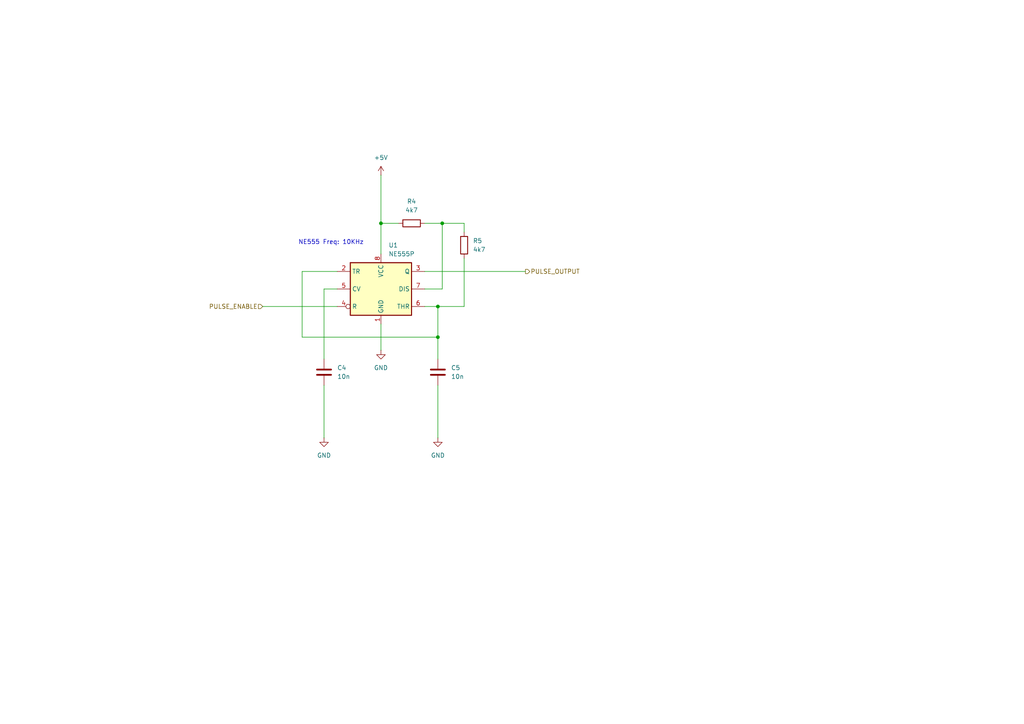
<source format=kicad_sch>
(kicad_sch (version 20231120) (generator "eeschema") (generator_version "8.0")
  (paper "A4")
  (lib_symbols
    (symbol "Device:C" (pin_numbers hide) (pin_names (offset 0.254))
      (property "Reference" "C" (at 0.635 2.54 0))
      (property "Value" "C" (at 0.635 -2.54 0))
      (symbol "C_0_1"
        (polyline (pts (xy -2.032 -0.762) (xy 2.032 -0.762)) (stroke (width 0.508)))
        (polyline (pts (xy -2.032 0.762) (xy 2.032 0.762)) (stroke (width 0.508)))
      )
      (symbol "C_1_1"
        (pin passive line (at 0 3.81 270) (length 2.794) (name "~") (number "1"))
        (pin passive line (at 0 -3.81 90) (length 2.794) (name "~") (number "2"))
      )
    )
    (symbol "Device:R" (pin_numbers hide) (pin_names (offset 0))
      (property "Reference" "R" (at 2.032 0 90))
      (property "Value" "R" (at 0 0 90))
      (symbol "R_0_1"
        (rectangle (start -1.016 -2.54) (end 1.016 2.54) (stroke (width 0.254)))
      )
      (symbol "R_1_1"
        (pin passive line (at 0 3.81 270) (length 1.27) (name "~") (number "1"))
        (pin passive line (at 0 -3.81 90) (length 1.27) (name "~") (number "2"))
      )
    )
    (symbol "Timer:NE555P"
      (property "Reference" "U" (at -10.16 8.89 0))
      (property "Value" "NE555P" (at 2.54 8.89 0))
      (symbol "NE555P_0_0"
        (pin power_in line (at 0 -10.16 90) (length 2.54) (name "GND") (number "1"))
        (pin power_in line (at 0 10.16 270) (length 2.54) (name "VCC") (number "8"))
      )
      (symbol "NE555P_0_1"
        (rectangle (start -8.89 -7.62) (end 8.89 7.62) (stroke (width 0.254)) (fill (type background)))
        (rectangle (start -8.89 -7.62) (end 8.89 7.62) (stroke (width 0.254)) (fill (type background)))
      )
      (symbol "NE555P_1_1"
        (pin input line (at -12.7 5.08 0) (length 3.81) (name "TR") (number "2"))
        (pin output line (at 12.7 5.08 180) (length 3.81) (name "Q") (number "3"))
        (pin input inverted (at -12.7 -5.08 0) (length 3.81) (name "R") (number "4"))
        (pin input line (at -12.7 0 0) (length 3.81) (name "CV") (number "5"))
        (pin input line (at 12.7 -5.08 180) (length 3.81) (name "THR") (number "6"))
        (pin input line (at 12.7 0 180) (length 3.81) (name "DIS") (number "7"))
      )
    )
    (symbol "power:+5V" (power) (pin_numbers hide) (pin_names (offset 0) hide)
      (property "Value" "+5V" (at 0 3.556 0))
      (symbol "+5V_0_1"
        (polyline (pts (xy -0.762 1.27) (xy 0 2.54)))
        (polyline (pts (xy 0 0) (xy 0 2.54)))
        (polyline (pts (xy 0 2.54) (xy 0.762 1.27)))
      )
      (symbol "+5V_1_1"
        (pin power_in line (at 0 0 90) (length 0) (name "~") (number "1"))
      )
    )
    (symbol "power:GND" (power) (pin_numbers hide) (pin_names (offset 0) hide)
      (property "Value" "GND" (at 0 -3.81 0))
      (symbol "GND_0_1"
        (polyline (pts (xy 0 0) (xy 0 -1.27) (xy 1.27 -1.27) (xy 0 -2.54) (xy -1.27 -1.27) (xy 0 -1.27)))
      )
      (symbol "GND_1_1"
        (pin power_in line (at 0 0 270) (length 0) (name "~") (number "1"))
      )
    )
  )
  (junction (at 128.27 64.77))
  (junction (at 110.49 64.77))
  (junction (at 127 88.9))
  (junction (at 127 97.79))
  (wire (pts (xy 127 97.79) (xy 127 88.9)))
  (wire (pts (xy 127 97.79) (xy 127 104.14)))
  (wire (pts (xy 123.19 78.74) (xy 152.4 78.74)))
  (wire (pts (xy 123.19 64.77) (xy 128.27 64.77)))
  (wire (pts (xy 123.19 83.82) (xy 128.27 83.82)))
  (wire (pts (xy 93.98 111.76) (xy 93.98 127)))
  (wire (pts (xy 134.62 88.9) (xy 127 88.9)))
  (wire (pts (xy 127 111.76) (xy 127 127)))
  (wire (pts (xy 93.98 83.82) (xy 93.98 104.14)))
  (wire (pts (xy 76.2 88.9) (xy 97.79 88.9)))
  (wire (pts (xy 128.27 83.82) (xy 128.27 64.77)))
  (wire (pts (xy 134.62 64.77) (xy 128.27 64.77)))
  (wire (pts (xy 87.63 78.74) (xy 87.63 97.79)))
  (wire (pts (xy 97.79 83.82) (xy 93.98 83.82)))
  (wire (pts (xy 134.62 74.93) (xy 134.62 88.9)))
  (wire (pts (xy 97.79 78.74) (xy 87.63 78.74)))
  (wire (pts (xy 110.49 50.8) (xy 110.49 64.77)))
  (wire (pts (xy 87.63 97.79) (xy 127 97.79)))
  (wire (pts (xy 134.62 67.31) (xy 134.62 64.77)))
  (wire (pts (xy 110.49 64.77) (xy 110.49 73.66)))
  (wire (pts (xy 123.19 88.9) (xy 127 88.9)))
  (wire (pts (xy 110.49 64.77) (xy 115.57 64.77)))
  (wire (pts (xy 110.49 93.98) (xy 110.49 101.6)))
  (text "NE555 Freq: 10KHz" (at 96.012 70.358 0) (effects (font (size 1.27 1.27))))
  (hierarchical_label "PULSE_OUTPUT" (shape output) (at 152.4 78.74 0))
  (hierarchical_label "PULSE_ENABLE" (shape input) (at 76.2 88.9 180))
  (symbol (lib_id "Device:C") (at 93.98 107.95 0) (unit 1)
    (property "Reference" "C4" (at 97.79 106.6799 0) (effects (justify left)))
    (property "Value" "10n" (at 97.79 109.2199 0) (effects (justify left)))
    (property "Footprint" "Capacitor_THT:C_Disc_D3.4mm_W2.1mm_P2.50mm" (effects (hide yes)))
    (property "Description" "Unpolarized capacitor" (effects (hide yes)))
  )
  (symbol (lib_id "Timer:NE555P") (at 110.49 83.82 0) (unit 1)
    (property "Reference" "U1" (at 112.6841 71.12 0) (effects (justify left)))
    (property "Value" "NE555P" (at 112.6841 73.66 0) (effects (justify left)))
    (property "Footprint" "Package_DIP:DIP-8_W7.62mm" (effects (hide yes)))
    (property "Datasheet" "http://www.ti.com/lit/ds/symlink/ne555.pdf" (effects (hide yes)))
    (property "Description" "Precision Timers, 555 compatible,  PDIP-8" (effects (hide yes)))
  )
  (symbol (lib_id "Device:R") (at 134.62 71.12 0) (unit 1)
    (property "Reference" "R5" (at 137.16 69.8499 0) (effects (justify left)))
    (property "Value" "4k7" (at 137.16 72.3899 0) (effects (justify left)))
    (property "Footprint" "Resistor_THT:R_Axial_DIN0207_L6.3mm_D2.5mm_P10.16mm_Horizontal" (effects (hide yes)))
    (property "Description" "Resistor" (effects (hide yes)))
  )
  (symbol (lib_id "power:GND") (at 110.49 101.6 0) (unit 1)
    (property "Reference" "#PWR07" (effects (hide yes)))
    (property "Value" "GND" (at 110.49 106.68 0))
    (property "Description" "Power symbol creates a global label with name \"GND\" , ground" (effects (hide yes)))
  )
  (symbol (lib_id "power:+5V") (at 110.49 50.8 0) (unit 1)
    (property "Reference" "#PWR06" (effects (hide yes)))
    (property "Value" "+5V" (at 110.49 45.72 0))
    (property "Description" "Power symbol creates a global label with name \"+5V\"" (effects (hide yes)))
  )
  (symbol (lib_id "Device:R") (at 119.38 64.77 90) (unit 1)
    (property "Reference" "R4" (at 119.38 58.42 90))
    (property "Value" "4k7" (at 119.38 60.96 90))
    (property "Footprint" "Resistor_THT:R_Axial_DIN0207_L6.3mm_D2.5mm_P10.16mm_Horizontal" (effects (hide yes)))
    (property "Description" "Resistor" (effects (hide yes)))
  )
  (symbol (lib_id "Device:C") (at 127 107.95 0) (unit 1)
    (property "Reference" "C5" (at 130.81 106.6799 0) (effects (justify left)))
    (property "Value" "10n" (at 130.81 109.2199 0) (effects (justify left)))
    (property "Footprint" "Capacitor_THT:C_Disc_D3.4mm_W2.1mm_P2.50mm" (effects (hide yes)))
    (property "Description" "Unpolarized capacitor" (effects (hide yes)))
  )
  (symbol (lib_id "power:GND") (at 93.98 127 0) (unit 1)
    (property "Reference" "#PWR05" (effects (hide yes)))
    (property "Value" "GND" (at 93.98 132.08 0))
    (property "Description" "Power symbol creates a global label with name \"GND\" , ground" (effects (hide yes)))
  )
  (symbol (lib_id "power:GND") (at 127 127 0) (unit 1)
    (property "Reference" "#PWR08" (effects (hide yes)))
    (property "Value" "GND" (at 127 132.08 0))
    (property "Description" "Power symbol creates a global label with name \"GND\" , ground" (effects (hide yes)))
  )
)
</source>
